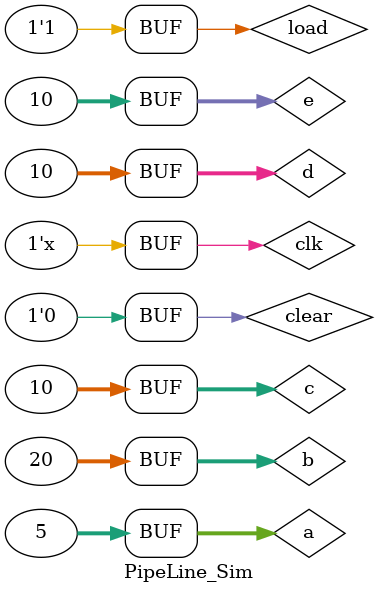
<source format=v>
`timescale 1ns / 1ps

module PipeLine_Sim();
reg clk, load, clear;
reg[31:0] a, b, c, d, e;
wire[31:0] f;

PipeLine PipeLine_sim(clk, load, clear, a, b, c, d, e, f);

initial begin 
    clk = 1;
    load = 1;
    clear = 0; 
    a = 30; b = 5; c = 5; d = 10; e = 10; // Set initial
#20 a = 12; b = 10; c = 2; d = 6; e = 12; // Set 2
#20 a = 1; b = 2; c = 8; d = 5; e = 2;    // Set 3
#20 a = 10; b = 3; c = 3; d = 3; e = 10;  // Set 4
#20 a = 5; b = 20; c = 7; d = 10; c = 10; // Set 5
end

always
#10 clk = ~clk;
endmodule


</source>
